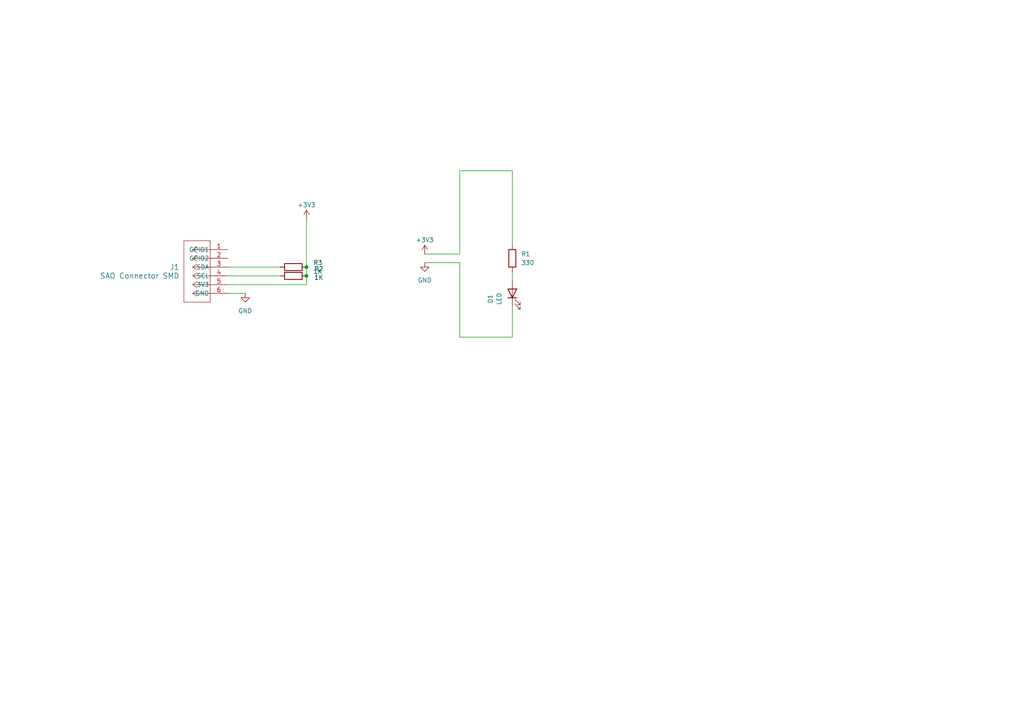
<source format=kicad_sch>
(kicad_sch (version 20231120) (generator "eeschema") (generator_version "8.0")
  (paper "A4")
  (lib_symbols
    (symbol "Device:LED" (pin_numbers hide) (pin_names (offset 1.016) hide)
      (property "Reference" "D" (at 0 2.54 0))
      (property "Value" "LED" (at 0 -2.54 0))
      (symbol "LED_0_1"
        (polyline (pts (xy -1.27 -1.27) (xy -1.27 1.27)) (stroke (width 0.254)))
        (polyline (pts (xy -1.27 0) (xy 1.27 0)))
        (polyline (pts (xy 1.27 -1.27) (xy 1.27 1.27) (xy -1.27 0) (xy 1.27 -1.27)) (stroke (width 0.254)))
        (polyline (pts (xy -3.048 -0.762) (xy -4.572 -2.286) (xy -3.81 -2.286) (xy -4.572 -2.286) (xy -4.572 -1.524)))
        (polyline (pts (xy -1.778 -0.762) (xy -3.302 -2.286) (xy -2.54 -2.286) (xy -3.302 -2.286) (xy -3.302 -1.524)))
      )
      (symbol "LED_1_1"
        (pin passive line (at -3.81 0 0) (length 2.54) (name "K") (number "1"))
        (pin passive line (at 3.81 0 180) (length 2.54) (name "A") (number "2"))
      )
    )
    (symbol "Device:R" (pin_numbers hide) (pin_names (offset 0))
      (property "Reference" "R" (at 2.032 0 90))
      (property "Value" "R" (at 0 0 90))
      (symbol "R_0_1"
        (rectangle (start -1.016 -2.54) (end 1.016 2.54) (stroke (width 0.254)))
      )
      (symbol "R_1_1"
        (pin passive line (at 0 3.81 270) (length 1.27) (name "~") (number "1"))
        (pin passive line (at 0 -3.81 90) (length 1.27) (name "~") (number "2"))
      )
    )
    (symbol "SAO Connector SMD:SAO Connector SMD" (pin_names (offset 0.254))
      (property "Reference" "J" (at 8.89 6.35 0))
      (property "Value" "SAO Connector SMD" (at 0 0 0))
      (symbol "SAO Connector SMD_1_1"
        (polyline (pts (xy 5.08 -15.24) (xy 12.7 -15.24)) (stroke (width 0.127)))
        (polyline (pts (xy 5.08 2.54) (xy 5.08 -15.24)) (stroke (width 0.127)))
        (polyline (pts (xy 10.16 -12.7) (xy 5.08 -12.7)) (stroke (width 0.127)))
        (polyline (pts (xy 10.16 -12.7) (xy 8.89 -13.5467)) (stroke (width 0.127)))
        (polyline (pts (xy 10.16 -12.7) (xy 8.89 -11.8533)) (stroke (width 0.127)))
        (polyline (pts (xy 10.16 -10.16) (xy 5.08 -10.16)) (stroke (width 0.127)))
        (polyline (pts (xy 10.16 -10.16) (xy 8.89 -11.0067)) (stroke (width 0.127)))
        (polyline (pts (xy 10.16 -10.16) (xy 8.89 -9.3133)) (stroke (width 0.127)))
        (polyline (pts (xy 10.16 -7.62) (xy 5.08 -7.62)) (stroke (width 0.127)))
        (polyline (pts (xy 10.16 -7.62) (xy 8.89 -8.4667)) (stroke (width 0.127)))
        (polyline (pts (xy 10.16 -7.62) (xy 8.89 -6.7733)) (stroke (width 0.127)))
        (polyline (pts (xy 10.16 -5.08) (xy 5.08 -5.08)) (stroke (width 0.127)))
        (polyline (pts (xy 10.16 -5.08) (xy 8.89 -5.9267)) (stroke (width 0.127)))
        (polyline (pts (xy 10.16 -5.08) (xy 8.89 -4.2333)) (stroke (width 0.127)))
        (polyline (pts (xy 10.16 -2.54) (xy 5.08 -2.54)) (stroke (width 0.127)))
        (polyline (pts (xy 10.16 -2.54) (xy 8.89 -3.3867)) (stroke (width 0.127)))
        (polyline (pts (xy 10.16 -2.54) (xy 8.89 -1.6933)) (stroke (width 0.127)))
        (polyline (pts (xy 10.16 0) (xy 5.08 0)) (stroke (width 0.127)))
        (polyline (pts (xy 10.16 0) (xy 8.89 -0.8467)) (stroke (width 0.127)))
        (polyline (pts (xy 10.16 0) (xy 8.89 0.8467)) (stroke (width 0.127)))
        (polyline (pts (xy 12.7 -15.24) (xy 12.7 2.54)) (stroke (width 0.127)))
        (polyline (pts (xy 12.7 2.54) (xy 5.08 2.54)) (stroke (width 0.127)))
        (pin unspecified line (at 0 0 0) (length 5.08) (name "GPIO1") (number "1"))
        (pin unspecified line (at 0 -2.54 0) (length 5.08) (name "GPIO2") (number "2"))
        (pin unspecified line (at 0 -5.08 0) (length 5.08) (name "SDA") (number "3"))
        (pin unspecified line (at 0 -7.62 0) (length 5.08) (name "SCL") (number "4"))
        (pin unspecified line (at 0 -10.16 0) (length 5.08) (name "3V3") (number "5"))
        (pin unspecified line (at 0 -12.7 0) (length 5.08) (name "GND") (number "6"))
      )
      (symbol "SAO Connector SMD_1_2"
        (polyline (pts (xy 5.08 -15.24) (xy 12.7 -15.24)) (stroke (width 0.127)))
        (polyline (pts (xy 5.08 2.54) (xy 5.08 -15.24)) (stroke (width 0.127)))
        (polyline (pts (xy 7.62 -12.7) (xy 5.08 -12.7)) (stroke (width 0.127)))
        (polyline (pts (xy 7.62 -12.7) (xy 8.89 -13.5467)) (stroke (width 0.127)))
        (polyline (pts (xy 7.62 -12.7) (xy 8.89 -11.8533)) (stroke (width 0.127)))
        (polyline (pts (xy 7.62 -10.16) (xy 5.08 -10.16)) (stroke (width 0.127)))
        (polyline (pts (xy 7.62 -10.16) (xy 8.89 -11.0067)) (stroke (width 0.127)))
        (polyline (pts (xy 7.62 -10.16) (xy 8.89 -9.3133)) (stroke (width 0.127)))
        (polyline (pts (xy 7.62 -7.62) (xy 5.08 -7.62)) (stroke (width 0.127)))
        (polyline (pts (xy 7.62 -7.62) (xy 8.89 -8.4667)) (stroke (width 0.127)))
        (polyline (pts (xy 7.62 -7.62) (xy 8.89 -6.7733)) (stroke (width 0.127)))
        (polyline (pts (xy 7.62 -5.08) (xy 5.08 -5.08)) (stroke (width 0.127)))
        (polyline (pts (xy 7.62 -5.08) (xy 8.89 -5.9267)) (stroke (width 0.127)))
        (polyline (pts (xy 7.62 -5.08) (xy 8.89 -4.2333)) (stroke (width 0.127)))
        (polyline (pts (xy 7.62 -2.54) (xy 5.08 -2.54)) (stroke (width 0.127)))
        (polyline (pts (xy 7.62 -2.54) (xy 8.89 -3.3867)) (stroke (width 0.127)))
        (polyline (pts (xy 7.62 -2.54) (xy 8.89 -1.6933)) (stroke (width 0.127)))
        (polyline (pts (xy 7.62 0) (xy 5.08 0)) (stroke (width 0.127)))
        (polyline (pts (xy 7.62 0) (xy 8.89 -0.8467)) (stroke (width 0.127)))
        (polyline (pts (xy 7.62 0) (xy 8.89 0.8467)) (stroke (width 0.127)))
        (polyline (pts (xy 12.7 -15.24) (xy 12.7 2.54)) (stroke (width 0.127)))
        (polyline (pts (xy 12.7 2.54) (xy 5.08 2.54)) (stroke (width 0.127)))
        (pin unspecified line (at 0 0 0) (length 5.08) (name "1") (number "1"))
        (pin unspecified line (at 0 -2.54 0) (length 5.08) (name "2") (number "2"))
        (pin unspecified line (at 0 -5.08 0) (length 5.08) (name "3") (number "3"))
        (pin unspecified line (at 0 -7.62 0) (length 5.08) (name "4") (number "4"))
        (pin unspecified line (at 0 -10.16 0) (length 5.08) (name "5") (number "5"))
        (pin unspecified line (at 0 -12.7 0) (length 5.08) (name "6") (number "6"))
      )
    )
    (symbol "power:+3V3" (power) (pin_numbers hide) (pin_names (offset 0) hide)
      (property "Value" "+3V3" (at 0 3.556 0))
      (symbol "+3V3_0_1"
        (polyline (pts (xy -0.762 1.27) (xy 0 2.54)))
        (polyline (pts (xy 0 0) (xy 0 2.54)))
        (polyline (pts (xy 0 2.54) (xy 0.762 1.27)))
      )
      (symbol "+3V3_1_1"
        (pin power_in line (at 0 0 90) (length 0) (name "~") (number "1"))
      )
    )
    (symbol "power:GND" (power) (pin_numbers hide) (pin_names (offset 0) hide)
      (property "Value" "GND" (at 0 -3.81 0))
      (symbol "GND_0_1"
        (polyline (pts (xy 0 0) (xy 0 -1.27) (xy 1.27 -1.27) (xy 0 -2.54) (xy -1.27 -1.27) (xy 0 -1.27)))
      )
      (symbol "GND_1_1"
        (pin power_in line (at 0 0 270) (length 0) (name "~") (number "1"))
      )
    )
  )
  (junction (at 88.9 77.47))
  (junction (at 88.9 80.01))
  (wire (pts (xy 133.35 76.2) (xy 123.19 76.2)))
  (wire (pts (xy 148.59 97.79) (xy 133.35 97.79)))
  (wire (pts (xy 81.28 80.01) (xy 66.04 80.01)))
  (wire (pts (xy 66.04 82.55) (xy 88.9 82.55)))
  (wire (pts (xy 133.35 73.66) (xy 133.35 49.53)))
  (wire (pts (xy 148.59 49.53) (xy 148.59 71.12)))
  (wire (pts (xy 66.04 77.47) (xy 81.28 77.47)))
  (wire (pts (xy 71.12 85.09) (xy 66.04 85.09)))
  (wire (pts (xy 88.9 77.47) (xy 88.9 80.01)))
  (wire (pts (xy 148.59 88.9) (xy 148.59 97.79)))
  (wire (pts (xy 88.9 80.01) (xy 88.9 82.55)))
  (wire (pts (xy 123.19 73.66) (xy 133.35 73.66)))
  (wire (pts (xy 133.35 49.53) (xy 148.59 49.53)))
  (wire (pts (xy 88.9 63.5) (xy 88.9 77.47)))
  (wire (pts (xy 148.59 78.74) (xy 148.59 81.28)))
  (wire (pts (xy 133.35 97.79) (xy 133.35 76.2)))
  (symbol (lib_id "power:GND") (at 123.19 76.2 0) (unit 1)
    (property "Reference" "#PWR04" (effects (hide yes)))
    (property "Value" "GND" (at 123.19 81.28 0))
    (property "Description" "Power symbol creates a global label with name \"GND\" , ground" (effects (hide yes)))
  )
  (symbol (lib_id "Device:R") (at 85.09 80.01 90) (unit 1)
    (property "Reference" "R2" (at 92.456 77.978 90))
    (property "Value" "1K" (at 92.456 80.518 90))
    (property "Footprint" "footprints:R_1206_3216Metric_Pad1.30x1.75mm_HandSolder" (effects (hide yes)))
    (property "Description" "Resistor" (effects (hide yes)))
  )
  (symbol (lib_id "power:GND") (at 71.12 85.09 0) (unit 1)
    (property "Reference" "#PWR02" (effects (hide yes)))
    (property "Value" "GND" (at 71.12 90.17 0))
    (property "Description" "Power symbol creates a global label with name \"GND\" , ground" (effects (hide yes)))
  )
  (symbol (lib_id "SAO Connector SMD:SAO Connector SMD") (at 66.04 72.39 0) (mirror y) (unit 1)
    (property "Reference" "J1" (at 52.07 77.4699 0) (effects (font (size 1.524 1.524)) (justify left)))
    (property "Value" "SAO Connector SMD" (at 52.07 80.0099 0) (effects (font (size 1.524 1.524)) (justify left)))
    (property "Footprint" "footprints:SAO Connector SMD" (effects (hide yes)))
    (property "Datasheet" "M20-8760342" (effects (hide yes)))
  )
  (symbol (lib_id "Device:R") (at 148.59 74.93 0) (unit 1)
    (property "Reference" "R1" (at 151.13 73.6599 0) (effects (justify left)))
    (property "Value" "330" (at 151.13 76.1999 0) (effects (justify left)))
    (property "Footprint" "footprints:R_1206_3216Metric_Pad1.30x1.75mm_HandSolder" (effects (hide yes)))
    (property "Description" "Resistor" (effects (hide yes)))
  )
  (symbol (lib_id "power:+3V3") (at 123.19 73.66 0) (unit 1)
    (property "Reference" "#PWR03" (effects (hide yes)))
    (property "Value" "+3V3" (at 123.19 69.596 0))
    (property "Description" "Power symbol creates a global label with name \"+3V3\"" (effects (hide yes)))
  )
  (symbol (lib_id "power:+3V3") (at 88.9 63.5 0) (mirror y) (unit 1)
    (property "Reference" "#PWR01" (effects (hide yes)))
    (property "Value" "+3V3" (at 88.9 59.436 0))
    (property "Description" "Power symbol creates a global label with name \"+3V3\"" (effects (hide yes)))
  )
  (symbol (lib_id "Device:LED") (at 148.59 85.09 90) (unit 1)
    (property "Reference" "D1" (at 142.24 86.6775 0))
    (property "Value" "LED" (at 144.78 86.6775 0))
    (property "Footprint" "footprints:LED_1206_3216Metric_Pad1.42x1.75mm_HandSolder" (effects (hide yes)))
    (property "Description" "Light emitting diode" (effects (hide yes)))
  )
  (symbol (lib_id "Device:R") (at 85.09 77.47 90) (unit 1)
    (property "Reference" "R3" (at 92.202 76.2 90))
    (property "Value" "1K" (at 92.202 78.74 90))
    (property "Footprint" "footprints:R_1206_3216Metric_Pad1.30x1.75mm_HandSolder" (effects (hide yes)))
    (property "Description" "Resistor" (effects (hide yes)))
  )
)
</source>
